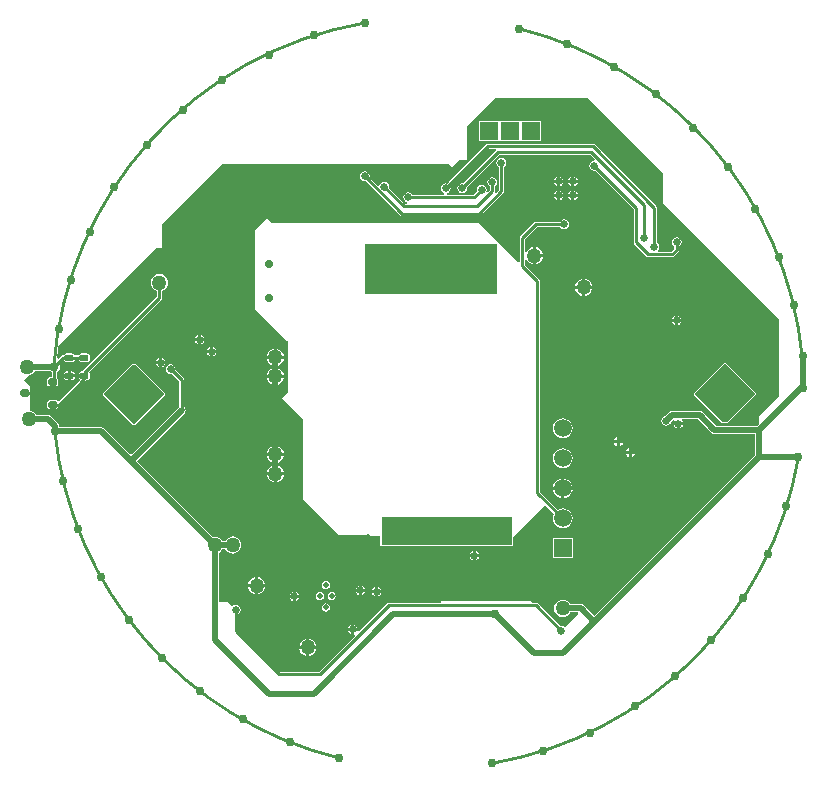
<source format=gbl>
%FSLAX24Y24*%
%MOIN*%
G70*
G01*
G75*
G04 Layer_Physical_Order=2*
G04 Layer_Color=16711680*
%ADD10C,0.0100*%
%ADD11R,0.0197X0.0433*%
%ADD12R,0.0433X0.0197*%
G04:AMPARAMS|DCode=13|XSize=30mil|YSize=22mil|CornerRadius=5.5mil|HoleSize=0mil|Usage=FLASHONLY|Rotation=180.000|XOffset=0mil|YOffset=0mil|HoleType=Round|Shape=RoundedRectangle|*
%AMROUNDEDRECTD13*
21,1,0.0300,0.0110,0,0,180.0*
21,1,0.0190,0.0220,0,0,180.0*
1,1,0.0110,-0.0095,0.0055*
1,1,0.0110,0.0095,0.0055*
1,1,0.0110,0.0095,-0.0055*
1,1,0.0110,-0.0095,-0.0055*
%
%ADD13ROUNDEDRECTD13*%
G04:AMPARAMS|DCode=14|XSize=55.1mil|YSize=39.4mil|CornerRadius=4.9mil|HoleSize=0mil|Usage=FLASHONLY|Rotation=180.000|XOffset=0mil|YOffset=0mil|HoleType=Round|Shape=RoundedRectangle|*
%AMROUNDEDRECTD14*
21,1,0.0551,0.0295,0,0,180.0*
21,1,0.0453,0.0394,0,0,180.0*
1,1,0.0098,-0.0226,0.0148*
1,1,0.0098,0.0226,0.0148*
1,1,0.0098,0.0226,-0.0148*
1,1,0.0098,-0.0226,-0.0148*
%
%ADD14ROUNDEDRECTD14*%
G04:AMPARAMS|DCode=15|XSize=50mil|YSize=24mil|CornerRadius=6mil|HoleSize=0mil|Usage=FLASHONLY|Rotation=180.000|XOffset=0mil|YOffset=0mil|HoleType=Round|Shape=RoundedRectangle|*
%AMROUNDEDRECTD15*
21,1,0.0500,0.0120,0,0,180.0*
21,1,0.0380,0.0240,0,0,180.0*
1,1,0.0120,-0.0190,0.0060*
1,1,0.0120,0.0190,0.0060*
1,1,0.0120,0.0190,-0.0060*
1,1,0.0120,-0.0190,-0.0060*
%
%ADD15ROUNDEDRECTD15*%
G04:AMPARAMS|DCode=16|XSize=30mil|YSize=22mil|CornerRadius=5.5mil|HoleSize=0mil|Usage=FLASHONLY|Rotation=135.000|XOffset=0mil|YOffset=0mil|HoleType=Round|Shape=RoundedRectangle|*
%AMROUNDEDRECTD16*
21,1,0.0300,0.0110,0,0,135.0*
21,1,0.0190,0.0220,0,0,135.0*
1,1,0.0110,-0.0028,0.0106*
1,1,0.0110,0.0106,-0.0028*
1,1,0.0110,0.0028,-0.0106*
1,1,0.0110,-0.0106,0.0028*
%
%ADD16ROUNDEDRECTD16*%
%ADD17R,0.1102X0.1102*%
%ADD18O,0.0098X0.0354*%
%ADD19O,0.0354X0.0098*%
G04:AMPARAMS|DCode=20|XSize=40mil|YSize=40mil|CornerRadius=10mil|HoleSize=0mil|Usage=FLASHONLY|Rotation=135.000|XOffset=0mil|YOffset=0mil|HoleType=Round|Shape=RoundedRectangle|*
%AMROUNDEDRECTD20*
21,1,0.0400,0.0200,0,0,135.0*
21,1,0.0200,0.0400,0,0,135.0*
1,1,0.0200,0.0000,0.0141*
1,1,0.0200,0.0141,0.0000*
1,1,0.0200,0.0000,-0.0141*
1,1,0.0200,-0.0141,0.0000*
%
%ADD20ROUNDEDRECTD20*%
%ADD21P,0.1893X4X180.0*%
G04:AMPARAMS|DCode=22|XSize=9.8mil|YSize=29.5mil|CornerRadius=0mil|HoleSize=0mil|Usage=FLASHONLY|Rotation=135.000|XOffset=0mil|YOffset=0mil|HoleType=Round|Shape=Round|*
%AMOVALD22*
21,1,0.0197,0.0098,0.0000,0.0000,225.0*
1,1,0.0098,0.0070,0.0070*
1,1,0.0098,-0.0070,-0.0070*
%
%ADD22OVALD22*%

G04:AMPARAMS|DCode=23|XSize=9.8mil|YSize=29.5mil|CornerRadius=0mil|HoleSize=0mil|Usage=FLASHONLY|Rotation=225.000|XOffset=0mil|YOffset=0mil|HoleType=Round|Shape=Round|*
%AMOVALD23*
21,1,0.0197,0.0098,0.0000,0.0000,315.0*
1,1,0.0098,-0.0070,0.0070*
1,1,0.0098,0.0070,-0.0070*
%
%ADD23OVALD23*%

G04:AMPARAMS|DCode=24|XSize=35.4mil|YSize=19.7mil|CornerRadius=2.5mil|HoleSize=0mil|Usage=FLASHONLY|Rotation=170.000|XOffset=0mil|YOffset=0mil|HoleType=Round|Shape=RoundedRectangle|*
%AMROUNDEDRECTD24*
21,1,0.0354,0.0148,0,0,170.0*
21,1,0.0305,0.0197,0,0,170.0*
1,1,0.0049,-0.0137,0.0099*
1,1,0.0049,0.0163,0.0046*
1,1,0.0049,0.0137,-0.0099*
1,1,0.0049,-0.0163,-0.0046*
%
%ADD24ROUNDEDRECTD24*%
G04:AMPARAMS|DCode=25|XSize=15.7mil|YSize=19.7mil|CornerRadius=2mil|HoleSize=0mil|Usage=FLASHONLY|Rotation=170.000|XOffset=0mil|YOffset=0mil|HoleType=Round|Shape=RoundedRectangle|*
%AMROUNDEDRECTD25*
21,1,0.0157,0.0157,0,0,170.0*
21,1,0.0118,0.0197,0,0,170.0*
1,1,0.0039,-0.0044,0.0088*
1,1,0.0039,0.0072,0.0067*
1,1,0.0039,0.0044,-0.0088*
1,1,0.0039,-0.0072,-0.0067*
%
%ADD25ROUNDEDRECTD25*%
G04:AMPARAMS|DCode=26|XSize=35.4mil|YSize=19.7mil|CornerRadius=2.5mil|HoleSize=0mil|Usage=FLASHONLY|Rotation=162.000|XOffset=0mil|YOffset=0mil|HoleType=Round|Shape=RoundedRectangle|*
%AMROUNDEDRECTD26*
21,1,0.0354,0.0148,0,0,162.0*
21,1,0.0305,0.0197,0,0,162.0*
1,1,0.0049,-0.0122,0.0117*
1,1,0.0049,0.0168,0.0023*
1,1,0.0049,0.0122,-0.0117*
1,1,0.0049,-0.0168,-0.0023*
%
%ADD26ROUNDEDRECTD26*%
G04:AMPARAMS|DCode=27|XSize=15.7mil|YSize=19.7mil|CornerRadius=2mil|HoleSize=0mil|Usage=FLASHONLY|Rotation=162.000|XOffset=0mil|YOffset=0mil|HoleType=Round|Shape=RoundedRectangle|*
%AMROUNDEDRECTD27*
21,1,0.0157,0.0157,0,0,162.0*
21,1,0.0118,0.0197,0,0,162.0*
1,1,0.0039,-0.0032,0.0093*
1,1,0.0039,0.0081,0.0057*
1,1,0.0039,0.0032,-0.0093*
1,1,0.0039,-0.0081,-0.0057*
%
%ADD27ROUNDEDRECTD27*%
G04:AMPARAMS|DCode=28|XSize=35.4mil|YSize=19.7mil|CornerRadius=2.5mil|HoleSize=0mil|Usage=FLASHONLY|Rotation=154.000|XOffset=0mil|YOffset=0mil|HoleType=Round|Shape=RoundedRectangle|*
%AMROUNDEDRECTD28*
21,1,0.0354,0.0148,0,0,154.0*
21,1,0.0305,0.0197,0,0,154.0*
1,1,0.0049,-0.0105,0.0133*
1,1,0.0049,0.0169,-0.0001*
1,1,0.0049,0.0105,-0.0133*
1,1,0.0049,-0.0169,0.0001*
%
%ADD28ROUNDEDRECTD28*%
G04:AMPARAMS|DCode=29|XSize=15.7mil|YSize=19.7mil|CornerRadius=2mil|HoleSize=0mil|Usage=FLASHONLY|Rotation=154.000|XOffset=0mil|YOffset=0mil|HoleType=Round|Shape=RoundedRectangle|*
%AMROUNDEDRECTD29*
21,1,0.0157,0.0157,0,0,154.0*
21,1,0.0118,0.0197,0,0,154.0*
1,1,0.0039,-0.0019,0.0097*
1,1,0.0039,0.0088,0.0045*
1,1,0.0039,0.0019,-0.0097*
1,1,0.0039,-0.0088,-0.0045*
%
%ADD29ROUNDEDRECTD29*%
G04:AMPARAMS|DCode=30|XSize=35.4mil|YSize=19.7mil|CornerRadius=2.5mil|HoleSize=0mil|Usage=FLASHONLY|Rotation=146.000|XOffset=0mil|YOffset=0mil|HoleType=Round|Shape=RoundedRectangle|*
%AMROUNDEDRECTD30*
21,1,0.0354,0.0148,0,0,146.0*
21,1,0.0305,0.0197,0,0,146.0*
1,1,0.0049,-0.0085,0.0147*
1,1,0.0049,0.0168,-0.0024*
1,1,0.0049,0.0085,-0.0147*
1,1,0.0049,-0.0168,0.0024*
%
%ADD30ROUNDEDRECTD30*%
G04:AMPARAMS|DCode=31|XSize=15.7mil|YSize=19.7mil|CornerRadius=2mil|HoleSize=0mil|Usage=FLASHONLY|Rotation=146.000|XOffset=0mil|YOffset=0mil|HoleType=Round|Shape=RoundedRectangle|*
%AMROUNDEDRECTD31*
21,1,0.0157,0.0157,0,0,146.0*
21,1,0.0118,0.0197,0,0,146.0*
1,1,0.0039,-0.0005,0.0098*
1,1,0.0039,0.0093,0.0032*
1,1,0.0039,0.0005,-0.0098*
1,1,0.0039,-0.0093,-0.0032*
%
%ADD31ROUNDEDRECTD31*%
G04:AMPARAMS|DCode=32|XSize=35.4mil|YSize=19.7mil|CornerRadius=2.5mil|HoleSize=0mil|Usage=FLASHONLY|Rotation=138.000|XOffset=0mil|YOffset=0mil|HoleType=Round|Shape=RoundedRectangle|*
%AMROUNDEDRECTD32*
21,1,0.0354,0.0148,0,0,138.0*
21,1,0.0305,0.0197,0,0,138.0*
1,1,0.0049,-0.0064,0.0157*
1,1,0.0049,0.0163,-0.0047*
1,1,0.0049,0.0064,-0.0157*
1,1,0.0049,-0.0163,0.0047*
%
%ADD32ROUNDEDRECTD32*%
G04:AMPARAMS|DCode=33|XSize=15.7mil|YSize=19.7mil|CornerRadius=2mil|HoleSize=0mil|Usage=FLASHONLY|Rotation=138.000|XOffset=0mil|YOffset=0mil|HoleType=Round|Shape=RoundedRectangle|*
%AMROUNDEDRECTD33*
21,1,0.0157,0.0157,0,0,138.0*
21,1,0.0118,0.0197,0,0,138.0*
1,1,0.0039,0.0009,0.0098*
1,1,0.0039,0.0097,0.0019*
1,1,0.0039,-0.0009,-0.0098*
1,1,0.0039,-0.0097,-0.0019*
%
%ADD33ROUNDEDRECTD33*%
G04:AMPARAMS|DCode=34|XSize=35.4mil|YSize=19.7mil|CornerRadius=2.5mil|HoleSize=0mil|Usage=FLASHONLY|Rotation=130.000|XOffset=0mil|YOffset=0mil|HoleType=Round|Shape=RoundedRectangle|*
%AMROUNDEDRECTD34*
21,1,0.0354,0.0148,0,0,130.0*
21,1,0.0305,0.0197,0,0,130.0*
1,1,0.0049,-0.0042,0.0164*
1,1,0.0049,0.0155,-0.0069*
1,1,0.0049,0.0042,-0.0164*
1,1,0.0049,-0.0155,0.0069*
%
%ADD34ROUNDEDRECTD34*%
G04:AMPARAMS|DCode=35|XSize=15.7mil|YSize=19.7mil|CornerRadius=2mil|HoleSize=0mil|Usage=FLASHONLY|Rotation=130.000|XOffset=0mil|YOffset=0mil|HoleType=Round|Shape=RoundedRectangle|*
%AMROUNDEDRECTD35*
21,1,0.0157,0.0157,0,0,130.0*
21,1,0.0118,0.0197,0,0,130.0*
1,1,0.0039,0.0022,0.0096*
1,1,0.0039,0.0098,0.0005*
1,1,0.0039,-0.0022,-0.0096*
1,1,0.0039,-0.0098,-0.0005*
%
%ADD35ROUNDEDRECTD35*%
G04:AMPARAMS|DCode=36|XSize=35.4mil|YSize=19.7mil|CornerRadius=2.5mil|HoleSize=0mil|Usage=FLASHONLY|Rotation=122.000|XOffset=0mil|YOffset=0mil|HoleType=Round|Shape=RoundedRectangle|*
%AMROUNDEDRECTD36*
21,1,0.0354,0.0148,0,0,122.0*
21,1,0.0305,0.0197,0,0,122.0*
1,1,0.0049,-0.0018,0.0169*
1,1,0.0049,0.0143,-0.0090*
1,1,0.0049,0.0018,-0.0169*
1,1,0.0049,-0.0143,0.0090*
%
%ADD36ROUNDEDRECTD36*%
G04:AMPARAMS|DCode=37|XSize=15.7mil|YSize=19.7mil|CornerRadius=2mil|HoleSize=0mil|Usage=FLASHONLY|Rotation=122.000|XOffset=0mil|YOffset=0mil|HoleType=Round|Shape=RoundedRectangle|*
%AMROUNDEDRECTD37*
21,1,0.0157,0.0157,0,0,122.0*
21,1,0.0118,0.0197,0,0,122.0*
1,1,0.0039,0.0035,0.0092*
1,1,0.0039,0.0098,-0.0008*
1,1,0.0039,-0.0035,-0.0092*
1,1,0.0039,-0.0098,0.0008*
%
%ADD37ROUNDEDRECTD37*%
G04:AMPARAMS|DCode=38|XSize=35.4mil|YSize=19.7mil|CornerRadius=2.5mil|HoleSize=0mil|Usage=FLASHONLY|Rotation=114.000|XOffset=0mil|YOffset=0mil|HoleType=Round|Shape=RoundedRectangle|*
%AMROUNDEDRECTD38*
21,1,0.0354,0.0148,0,0,114.0*
21,1,0.0305,0.0197,0,0,114.0*
1,1,0.0049,0.0005,0.0169*
1,1,0.0049,0.0129,-0.0109*
1,1,0.0049,-0.0005,-0.0169*
1,1,0.0049,-0.0129,0.0109*
%
%ADD38ROUNDEDRECTD38*%
G04:AMPARAMS|DCode=39|XSize=15.7mil|YSize=19.7mil|CornerRadius=2mil|HoleSize=0mil|Usage=FLASHONLY|Rotation=114.000|XOffset=0mil|YOffset=0mil|HoleType=Round|Shape=RoundedRectangle|*
%AMROUNDEDRECTD39*
21,1,0.0157,0.0157,0,0,114.0*
21,1,0.0118,0.0197,0,0,114.0*
1,1,0.0039,0.0048,0.0086*
1,1,0.0039,0.0096,-0.0022*
1,1,0.0039,-0.0048,-0.0086*
1,1,0.0039,-0.0096,0.0022*
%
%ADD39ROUNDEDRECTD39*%
G04:AMPARAMS|DCode=40|XSize=35.4mil|YSize=19.7mil|CornerRadius=2.5mil|HoleSize=0mil|Usage=FLASHONLY|Rotation=106.000|XOffset=0mil|YOffset=0mil|HoleType=Round|Shape=RoundedRectangle|*
%AMROUNDEDRECTD40*
21,1,0.0354,0.0148,0,0,106.0*
21,1,0.0305,0.0197,0,0,106.0*
1,1,0.0049,0.0029,0.0167*
1,1,0.0049,0.0113,-0.0126*
1,1,0.0049,-0.0029,-0.0167*
1,1,0.0049,-0.0113,0.0126*
%
%ADD40ROUNDEDRECTD40*%
G04:AMPARAMS|DCode=41|XSize=15.7mil|YSize=19.7mil|CornerRadius=2mil|HoleSize=0mil|Usage=FLASHONLY|Rotation=106.000|XOffset=0mil|YOffset=0mil|HoleType=Round|Shape=RoundedRectangle|*
%AMROUNDEDRECTD41*
21,1,0.0157,0.0157,0,0,106.0*
21,1,0.0118,0.0197,0,0,106.0*
1,1,0.0039,0.0059,0.0078*
1,1,0.0039,0.0092,-0.0035*
1,1,0.0039,-0.0059,-0.0078*
1,1,0.0039,-0.0092,0.0035*
%
%ADD41ROUNDEDRECTD41*%
G04:AMPARAMS|DCode=42|XSize=35.4mil|YSize=19.7mil|CornerRadius=2.5mil|HoleSize=0mil|Usage=FLASHONLY|Rotation=98.000|XOffset=0mil|YOffset=0mil|HoleType=Round|Shape=RoundedRectangle|*
%AMROUNDEDRECTD42*
21,1,0.0354,0.0148,0,0,98.0*
21,1,0.0305,0.0197,0,0,98.0*
1,1,0.0049,0.0052,0.0161*
1,1,0.0049,0.0094,-0.0141*
1,1,0.0049,-0.0052,-0.0161*
1,1,0.0049,-0.0094,0.0141*
%
%ADD42ROUNDEDRECTD42*%
G04:AMPARAMS|DCode=43|XSize=15.7mil|YSize=19.7mil|CornerRadius=2mil|HoleSize=0mil|Usage=FLASHONLY|Rotation=98.000|XOffset=0mil|YOffset=0mil|HoleType=Round|Shape=RoundedRectangle|*
%AMROUNDEDRECTD43*
21,1,0.0157,0.0157,0,0,98.0*
21,1,0.0118,0.0197,0,0,98.0*
1,1,0.0039,0.0070,0.0069*
1,1,0.0039,0.0086,-0.0048*
1,1,0.0039,-0.0070,-0.0069*
1,1,0.0039,-0.0086,0.0048*
%
%ADD43ROUNDEDRECTD43*%
G04:AMPARAMS|DCode=44|XSize=35.4mil|YSize=19.7mil|CornerRadius=2.5mil|HoleSize=0mil|Usage=FLASHONLY|Rotation=10.000|XOffset=0mil|YOffset=0mil|HoleType=Round|Shape=RoundedRectangle|*
%AMROUNDEDRECTD44*
21,1,0.0354,0.0148,0,0,10.0*
21,1,0.0305,0.0197,0,0,10.0*
1,1,0.0049,0.0163,-0.0046*
1,1,0.0049,-0.0137,-0.0099*
1,1,0.0049,-0.0163,0.0046*
1,1,0.0049,0.0137,0.0099*
%
%ADD44ROUNDEDRECTD44*%
G04:AMPARAMS|DCode=45|XSize=15.7mil|YSize=19.7mil|CornerRadius=2mil|HoleSize=0mil|Usage=FLASHONLY|Rotation=10.000|XOffset=0mil|YOffset=0mil|HoleType=Round|Shape=RoundedRectangle|*
%AMROUNDEDRECTD45*
21,1,0.0157,0.0157,0,0,10.0*
21,1,0.0118,0.0197,0,0,10.0*
1,1,0.0039,0.0072,-0.0067*
1,1,0.0039,-0.0044,-0.0088*
1,1,0.0039,-0.0072,0.0067*
1,1,0.0039,0.0044,0.0088*
%
%ADD45ROUNDEDRECTD45*%
G04:AMPARAMS|DCode=46|XSize=35.4mil|YSize=19.7mil|CornerRadius=2.5mil|HoleSize=0mil|Usage=FLASHONLY|Rotation=18.000|XOffset=0mil|YOffset=0mil|HoleType=Round|Shape=RoundedRectangle|*
%AMROUNDEDRECTD46*
21,1,0.0354,0.0148,0,0,18.0*
21,1,0.0305,0.0197,0,0,18.0*
1,1,0.0049,0.0168,-0.0023*
1,1,0.0049,-0.0122,-0.0117*
1,1,0.0049,-0.0168,0.0023*
1,1,0.0049,0.0122,0.0117*
%
%ADD46ROUNDEDRECTD46*%
G04:AMPARAMS|DCode=47|XSize=15.7mil|YSize=19.7mil|CornerRadius=2mil|HoleSize=0mil|Usage=FLASHONLY|Rotation=18.000|XOffset=0mil|YOffset=0mil|HoleType=Round|Shape=RoundedRectangle|*
%AMROUNDEDRECTD47*
21,1,0.0157,0.0157,0,0,18.0*
21,1,0.0118,0.0197,0,0,18.0*
1,1,0.0039,0.0081,-0.0057*
1,1,0.0039,-0.0032,-0.0093*
1,1,0.0039,-0.0081,0.0057*
1,1,0.0039,0.0032,0.0093*
%
%ADD47ROUNDEDRECTD47*%
G04:AMPARAMS|DCode=48|XSize=35.4mil|YSize=19.7mil|CornerRadius=2.5mil|HoleSize=0mil|Usage=FLASHONLY|Rotation=26.000|XOffset=0mil|YOffset=0mil|HoleType=Round|Shape=RoundedRectangle|*
%AMROUNDEDRECTD48*
21,1,0.0354,0.0148,0,0,26.0*
21,1,0.0305,0.0197,0,0,26.0*
1,1,0.0049,0.0169,0.0001*
1,1,0.0049,-0.0105,-0.0133*
1,1,0.0049,-0.0169,-0.0001*
1,1,0.0049,0.0105,0.0133*
%
%ADD48ROUNDEDRECTD48*%
G04:AMPARAMS|DCode=49|XSize=15.7mil|YSize=19.7mil|CornerRadius=2mil|HoleSize=0mil|Usage=FLASHONLY|Rotation=26.000|XOffset=0mil|YOffset=0mil|HoleType=Round|Shape=RoundedRectangle|*
%AMROUNDEDRECTD49*
21,1,0.0157,0.0157,0,0,26.0*
21,1,0.0118,0.0197,0,0,26.0*
1,1,0.0039,0.0088,-0.0045*
1,1,0.0039,-0.0019,-0.0097*
1,1,0.0039,-0.0088,0.0045*
1,1,0.0039,0.0019,0.0097*
%
%ADD49ROUNDEDRECTD49*%
G04:AMPARAMS|DCode=50|XSize=35.4mil|YSize=19.7mil|CornerRadius=2.5mil|HoleSize=0mil|Usage=FLASHONLY|Rotation=34.000|XOffset=0mil|YOffset=0mil|HoleType=Round|Shape=RoundedRectangle|*
%AMROUNDEDRECTD50*
21,1,0.0354,0.0148,0,0,34.0*
21,1,0.0305,0.0197,0,0,34.0*
1,1,0.0049,0.0168,0.0024*
1,1,0.0049,-0.0085,-0.0147*
1,1,0.0049,-0.0168,-0.0024*
1,1,0.0049,0.0085,0.0147*
%
%ADD50ROUNDEDRECTD50*%
G04:AMPARAMS|DCode=51|XSize=15.7mil|YSize=19.7mil|CornerRadius=2mil|HoleSize=0mil|Usage=FLASHONLY|Rotation=34.000|XOffset=0mil|YOffset=0mil|HoleType=Round|Shape=RoundedRectangle|*
%AMROUNDEDRECTD51*
21,1,0.0157,0.0157,0,0,34.0*
21,1,0.0118,0.0197,0,0,34.0*
1,1,0.0039,0.0093,-0.0032*
1,1,0.0039,-0.0005,-0.0098*
1,1,0.0039,-0.0093,0.0032*
1,1,0.0039,0.0005,0.0098*
%
%ADD51ROUNDEDRECTD51*%
G04:AMPARAMS|DCode=52|XSize=35.4mil|YSize=19.7mil|CornerRadius=2.5mil|HoleSize=0mil|Usage=FLASHONLY|Rotation=42.000|XOffset=0mil|YOffset=0mil|HoleType=Round|Shape=RoundedRectangle|*
%AMROUNDEDRECTD52*
21,1,0.0354,0.0148,0,0,42.0*
21,1,0.0305,0.0197,0,0,42.0*
1,1,0.0049,0.0163,0.0047*
1,1,0.0049,-0.0064,-0.0157*
1,1,0.0049,-0.0163,-0.0047*
1,1,0.0049,0.0064,0.0157*
%
%ADD52ROUNDEDRECTD52*%
G04:AMPARAMS|DCode=53|XSize=15.7mil|YSize=19.7mil|CornerRadius=2mil|HoleSize=0mil|Usage=FLASHONLY|Rotation=42.000|XOffset=0mil|YOffset=0mil|HoleType=Round|Shape=RoundedRectangle|*
%AMROUNDEDRECTD53*
21,1,0.0157,0.0157,0,0,42.0*
21,1,0.0118,0.0197,0,0,42.0*
1,1,0.0039,0.0097,-0.0019*
1,1,0.0039,0.0009,-0.0098*
1,1,0.0039,-0.0097,0.0019*
1,1,0.0039,-0.0009,0.0098*
%
%ADD53ROUNDEDRECTD53*%
G04:AMPARAMS|DCode=54|XSize=35.4mil|YSize=19.7mil|CornerRadius=2.5mil|HoleSize=0mil|Usage=FLASHONLY|Rotation=50.000|XOffset=0mil|YOffset=0mil|HoleType=Round|Shape=RoundedRectangle|*
%AMROUNDEDRECTD54*
21,1,0.0354,0.0148,0,0,50.0*
21,1,0.0305,0.0197,0,0,50.0*
1,1,0.0049,0.0155,0.0069*
1,1,0.0049,-0.0042,-0.0164*
1,1,0.0049,-0.0155,-0.0069*
1,1,0.0049,0.0042,0.0164*
%
%ADD54ROUNDEDRECTD54*%
G04:AMPARAMS|DCode=55|XSize=15.7mil|YSize=19.7mil|CornerRadius=2mil|HoleSize=0mil|Usage=FLASHONLY|Rotation=50.000|XOffset=0mil|YOffset=0mil|HoleType=Round|Shape=RoundedRectangle|*
%AMROUNDEDRECTD55*
21,1,0.0157,0.0157,0,0,50.0*
21,1,0.0118,0.0197,0,0,50.0*
1,1,0.0039,0.0098,-0.0005*
1,1,0.0039,0.0022,-0.0096*
1,1,0.0039,-0.0098,0.0005*
1,1,0.0039,-0.0022,0.0096*
%
%ADD55ROUNDEDRECTD55*%
G04:AMPARAMS|DCode=56|XSize=35.4mil|YSize=19.7mil|CornerRadius=2.5mil|HoleSize=0mil|Usage=FLASHONLY|Rotation=58.000|XOffset=0mil|YOffset=0mil|HoleType=Round|Shape=RoundedRectangle|*
%AMROUNDEDRECTD56*
21,1,0.0354,0.0148,0,0,58.0*
21,1,0.0305,0.0197,0,0,58.0*
1,1,0.0049,0.0143,0.0090*
1,1,0.0049,-0.0018,-0.0169*
1,1,0.0049,-0.0143,-0.0090*
1,1,0.0049,0.0018,0.0169*
%
%ADD56ROUNDEDRECTD56*%
G04:AMPARAMS|DCode=57|XSize=15.7mil|YSize=19.7mil|CornerRadius=2mil|HoleSize=0mil|Usage=FLASHONLY|Rotation=58.000|XOffset=0mil|YOffset=0mil|HoleType=Round|Shape=RoundedRectangle|*
%AMROUNDEDRECTD57*
21,1,0.0157,0.0157,0,0,58.0*
21,1,0.0118,0.0197,0,0,58.0*
1,1,0.0039,0.0098,0.0008*
1,1,0.0039,0.0035,-0.0092*
1,1,0.0039,-0.0098,-0.0008*
1,1,0.0039,-0.0035,0.0092*
%
%ADD57ROUNDEDRECTD57*%
G04:AMPARAMS|DCode=58|XSize=35.4mil|YSize=19.7mil|CornerRadius=2.5mil|HoleSize=0mil|Usage=FLASHONLY|Rotation=66.000|XOffset=0mil|YOffset=0mil|HoleType=Round|Shape=RoundedRectangle|*
%AMROUNDEDRECTD58*
21,1,0.0354,0.0148,0,0,66.0*
21,1,0.0305,0.0197,0,0,66.0*
1,1,0.0049,0.0129,0.0109*
1,1,0.0049,0.0005,-0.0169*
1,1,0.0049,-0.0129,-0.0109*
1,1,0.0049,-0.0005,0.0169*
%
%ADD58ROUNDEDRECTD58*%
G04:AMPARAMS|DCode=59|XSize=15.7mil|YSize=19.7mil|CornerRadius=2mil|HoleSize=0mil|Usage=FLASHONLY|Rotation=66.000|XOffset=0mil|YOffset=0mil|HoleType=Round|Shape=RoundedRectangle|*
%AMROUNDEDRECTD59*
21,1,0.0157,0.0157,0,0,66.0*
21,1,0.0118,0.0197,0,0,66.0*
1,1,0.0039,0.0096,0.0022*
1,1,0.0039,0.0048,-0.0086*
1,1,0.0039,-0.0096,-0.0022*
1,1,0.0039,-0.0048,0.0086*
%
%ADD59ROUNDEDRECTD59*%
G04:AMPARAMS|DCode=60|XSize=35.4mil|YSize=19.7mil|CornerRadius=2.5mil|HoleSize=0mil|Usage=FLASHONLY|Rotation=74.000|XOffset=0mil|YOffset=0mil|HoleType=Round|Shape=RoundedRectangle|*
%AMROUNDEDRECTD60*
21,1,0.0354,0.0148,0,0,74.0*
21,1,0.0305,0.0197,0,0,74.0*
1,1,0.0049,0.0113,0.0126*
1,1,0.0049,0.0029,-0.0167*
1,1,0.0049,-0.0113,-0.0126*
1,1,0.0049,-0.0029,0.0167*
%
%ADD60ROUNDEDRECTD60*%
G04:AMPARAMS|DCode=61|XSize=15.7mil|YSize=19.7mil|CornerRadius=2mil|HoleSize=0mil|Usage=FLASHONLY|Rotation=74.000|XOffset=0mil|YOffset=0mil|HoleType=Round|Shape=RoundedRectangle|*
%AMROUNDEDRECTD61*
21,1,0.0157,0.0157,0,0,74.0*
21,1,0.0118,0.0197,0,0,74.0*
1,1,0.0039,0.0092,0.0035*
1,1,0.0039,0.0059,-0.0078*
1,1,0.0039,-0.0092,-0.0035*
1,1,0.0039,-0.0059,0.0078*
%
%ADD61ROUNDEDRECTD61*%
G04:AMPARAMS|DCode=62|XSize=35.4mil|YSize=19.7mil|CornerRadius=2.5mil|HoleSize=0mil|Usage=FLASHONLY|Rotation=82.000|XOffset=0mil|YOffset=0mil|HoleType=Round|Shape=RoundedRectangle|*
%AMROUNDEDRECTD62*
21,1,0.0354,0.0148,0,0,82.0*
21,1,0.0305,0.0197,0,0,82.0*
1,1,0.0049,0.0094,0.0141*
1,1,0.0049,0.0052,-0.0161*
1,1,0.0049,-0.0094,-0.0141*
1,1,0.0049,-0.0052,0.0161*
%
%ADD62ROUNDEDRECTD62*%
G04:AMPARAMS|DCode=63|XSize=15.7mil|YSize=19.7mil|CornerRadius=2mil|HoleSize=0mil|Usage=FLASHONLY|Rotation=82.000|XOffset=0mil|YOffset=0mil|HoleType=Round|Shape=RoundedRectangle|*
%AMROUNDEDRECTD63*
21,1,0.0157,0.0157,0,0,82.0*
21,1,0.0118,0.0197,0,0,82.0*
1,1,0.0039,0.0086,0.0048*
1,1,0.0039,0.0070,-0.0069*
1,1,0.0039,-0.0086,-0.0048*
1,1,0.0039,-0.0070,0.0069*
%
%ADD63ROUNDEDRECTD63*%
G04:AMPARAMS|DCode=64|XSize=35.4mil|YSize=19.7mil|CornerRadius=2.5mil|HoleSize=0mil|Usage=FLASHONLY|Rotation=90.000|XOffset=0mil|YOffset=0mil|HoleType=Round|Shape=RoundedRectangle|*
%AMROUNDEDRECTD64*
21,1,0.0354,0.0148,0,0,90.0*
21,1,0.0305,0.0197,0,0,90.0*
1,1,0.0049,0.0074,0.0153*
1,1,0.0049,0.0074,-0.0153*
1,1,0.0049,-0.0074,-0.0153*
1,1,0.0049,-0.0074,0.0153*
%
%ADD64ROUNDEDRECTD64*%
G04:AMPARAMS|DCode=65|XSize=15.7mil|YSize=19.7mil|CornerRadius=2mil|HoleSize=0mil|Usage=FLASHONLY|Rotation=90.000|XOffset=0mil|YOffset=0mil|HoleType=Round|Shape=RoundedRectangle|*
%AMROUNDEDRECTD65*
21,1,0.0157,0.0157,0,0,90.0*
21,1,0.0118,0.0197,0,0,90.0*
1,1,0.0039,0.0079,0.0059*
1,1,0.0039,0.0079,-0.0059*
1,1,0.0039,-0.0079,-0.0059*
1,1,0.0039,-0.0079,0.0059*
%
%ADD65ROUNDEDRECTD65*%
%ADD66R,0.0886X0.0472*%
%ADD67R,0.0433X0.1063*%
%ADD68R,0.0138X0.0236*%
%ADD69R,0.0453X0.0236*%
G04:AMPARAMS|DCode=70|XSize=30mil|YSize=22mil|CornerRadius=5.5mil|HoleSize=0mil|Usage=FLASHONLY|Rotation=225.000|XOffset=0mil|YOffset=0mil|HoleType=Round|Shape=RoundedRectangle|*
%AMROUNDEDRECTD70*
21,1,0.0300,0.0110,0,0,225.0*
21,1,0.0190,0.0220,0,0,225.0*
1,1,0.0110,-0.0106,-0.0028*
1,1,0.0110,0.0028,0.0106*
1,1,0.0110,0.0106,0.0028*
1,1,0.0110,-0.0028,-0.0106*
%
%ADD70ROUNDEDRECTD70*%
%ADD71R,0.0256X0.0118*%
%ADD72R,0.0689X0.0984*%
%ADD73R,0.0118X0.0256*%
G04:AMPARAMS|DCode=74|XSize=30mil|YSize=22mil|CornerRadius=5.5mil|HoleSize=0mil|Usage=FLASHONLY|Rotation=270.000|XOffset=0mil|YOffset=0mil|HoleType=Round|Shape=RoundedRectangle|*
%AMROUNDEDRECTD74*
21,1,0.0300,0.0110,0,0,270.0*
21,1,0.0190,0.0220,0,0,270.0*
1,1,0.0110,-0.0055,-0.0095*
1,1,0.0110,-0.0055,0.0095*
1,1,0.0110,0.0055,0.0095*
1,1,0.0110,0.0055,-0.0095*
%
%ADD74ROUNDEDRECTD74*%
%ADD75C,0.0200*%
%ADD76C,0.0080*%
%ADD77R,0.4350X0.1000*%
%ADD78R,0.4400X0.1650*%
%ADD79C,0.0276*%
%ADD80R,0.0591X0.0591*%
%ADD81R,0.0591X0.0591*%
%ADD82C,0.0591*%
%ADD83C,0.0250*%
%ADD84C,0.0260*%
%ADD85C,0.0157*%
%ADD86C,0.0300*%
%ADD87C,0.0500*%
%ADD88C,0.0197*%
%ADD89P,0.0341X8X157.5*%
G04:AMPARAMS|DCode=90|XSize=133.9mil|YSize=141.7mil|CornerRadius=0.7mil|HoleSize=0mil|Usage=FLASHONLY|Rotation=135.000|XOffset=0mil|YOffset=0mil|HoleType=Round|Shape=RoundedRectangle|*
%AMROUNDEDRECTD90*
21,1,0.1339,0.1404,0,0,135.0*
21,1,0.1325,0.1417,0,0,135.0*
1,1,0.0013,0.0028,0.0965*
1,1,0.0013,0.0965,0.0028*
1,1,0.0013,-0.0028,-0.0965*
1,1,0.0013,-0.0965,-0.0028*
%
%ADD90ROUNDEDRECTD90*%
G04:AMPARAMS|DCode=91|XSize=133.9mil|YSize=141.7mil|CornerRadius=0.7mil|HoleSize=0mil|Usage=FLASHONLY|Rotation=225.000|XOffset=0mil|YOffset=0mil|HoleType=Round|Shape=RoundedRectangle|*
%AMROUNDEDRECTD91*
21,1,0.1339,0.1404,0,0,225.0*
21,1,0.1325,0.1417,0,0,225.0*
1,1,0.0013,-0.0965,0.0028*
1,1,0.0013,-0.0028,0.0965*
1,1,0.0013,0.0965,-0.0028*
1,1,0.0013,0.0028,-0.0965*
%
%ADD91ROUNDEDRECTD91*%
G04:AMPARAMS|DCode=92|XSize=24mil|YSize=30mil|CornerRadius=6mil|HoleSize=0mil|Usage=FLASHONLY|Rotation=270.000|XOffset=0mil|YOffset=0mil|HoleType=Round|Shape=RoundedRectangle|*
%AMROUNDEDRECTD92*
21,1,0.0240,0.0180,0,0,270.0*
21,1,0.0120,0.0300,0,0,270.0*
1,1,0.0120,-0.0090,-0.0060*
1,1,0.0120,-0.0090,0.0060*
1,1,0.0120,0.0090,0.0060*
1,1,0.0120,0.0090,-0.0060*
%
%ADD92ROUNDEDRECTD92*%
%ADD93R,0.4350X0.0950*%
G36*
X45650Y48250D02*
X47200Y46700D01*
Y45700D01*
X49050Y43850D01*
X51050Y41850D01*
Y40900D01*
Y39250D01*
X50400Y38600D01*
Y38345D01*
X50343Y38288D01*
X48957D01*
X48510Y38735D01*
X48465Y38765D01*
X48412Y38775D01*
X47488D01*
X47435Y38765D01*
X47390Y38735D01*
X47261Y38605D01*
X47238Y38601D01*
X47185Y38565D01*
X47149Y38512D01*
X47137Y38450D01*
X47149Y38388D01*
X47185Y38335D01*
X47238Y38299D01*
X47300Y38287D01*
X47362Y38299D01*
X47415Y38335D01*
X47451Y38388D01*
X47455Y38411D01*
X47521Y38477D01*
X47571Y38469D01*
X47578Y38456D01*
X47549Y38412D01*
X47547Y38400D01*
X47853D01*
X47851Y38412D01*
X47815Y38465D01*
X47826Y38500D01*
X48355D01*
X48803Y38053D01*
X48847Y38023D01*
X48900Y38012D01*
X50262D01*
Y37307D01*
X44900Y31945D01*
X44547Y32297D01*
X44503Y32327D01*
X44450Y32338D01*
X44101D01*
X44099Y32344D01*
X44053Y32403D01*
X43994Y32449D01*
X43924Y32478D01*
X43850Y32487D01*
X43776Y32478D01*
X43706Y32449D01*
X43647Y32403D01*
X43601Y32344D01*
X43572Y32274D01*
X43563Y32200D01*
X43572Y32126D01*
X43601Y32056D01*
X43647Y31997D01*
X43706Y31951D01*
X43776Y31922D01*
X43850Y31913D01*
X43924Y31922D01*
X43994Y31951D01*
X44053Y31997D01*
X44099Y32056D01*
X44101Y32062D01*
X44347D01*
X44366Y32016D01*
X43915Y31565D01*
X43862Y31601D01*
X43800Y31613D01*
X43766Y31606D01*
X43011Y32361D01*
X42983Y32380D01*
X42950Y32387D01*
X42863D01*
X42800Y32450D01*
X39800D01*
Y32400D01*
X39800Y32400D01*
X39800Y32400D01*
X39794Y32387D01*
X38050D01*
X38022Y32381D01*
X38017Y32380D01*
X37989Y32361D01*
X37058Y31430D01*
X37005Y31459D01*
X37003Y31450D01*
X36900D01*
Y31347D01*
X36891Y31345D01*
X36920Y31292D01*
X35714Y30087D01*
X34436D01*
X33037Y31486D01*
Y32015D01*
X33065Y32035D01*
X33101Y32088D01*
X33113Y32150D01*
X33101Y32212D01*
X33065Y32265D01*
X33012Y32301D01*
X32950Y32313D01*
X32888Y32301D01*
X32835Y32265D01*
X32700Y32400D01*
X32392D01*
Y34053D01*
X32398Y34055D01*
X32458Y34101D01*
X32503Y34161D01*
X32506Y34167D01*
X32600D01*
X32601Y34165D01*
X32647Y34105D01*
X32706Y34060D01*
X32776Y34031D01*
X32850Y34021D01*
X32924Y34031D01*
X32994Y34060D01*
X33053Y34105D01*
X33099Y34165D01*
X33128Y34234D01*
X33137Y34309D01*
X33128Y34383D01*
X33099Y34452D01*
X33053Y34512D01*
X32994Y34558D01*
X32924Y34586D01*
X32850Y34596D01*
X32776Y34586D01*
X32706Y34558D01*
X32647Y34512D01*
X32601Y34452D01*
X32597Y34442D01*
X32506D01*
X32503Y34448D01*
X32458Y34508D01*
X32398Y34553D01*
X32329Y34582D01*
X32254Y34592D01*
X32180Y34582D01*
X32174Y34579D01*
X29649Y37104D01*
X31243Y38698D01*
X31273Y38743D01*
X31283Y38796D01*
X31273Y38848D01*
X31243Y38893D01*
X31232Y38900D01*
Y39804D01*
X31227Y39832D01*
X31226Y39838D01*
X31207Y39866D01*
X30931Y40141D01*
X30938Y40175D01*
X30926Y40237D01*
X30890Y40290D01*
X30837Y40326D01*
X30775Y40338D01*
X30713Y40326D01*
X30660Y40290D01*
X30624Y40237D01*
X30612Y40175D01*
X30624Y40113D01*
X30660Y40060D01*
X30713Y40024D01*
X30775Y40012D01*
X30809Y40019D01*
X31059Y39768D01*
Y38900D01*
X31048Y38893D01*
X29484Y37329D01*
X29424D01*
X28560Y38194D01*
X28515Y38224D01*
X28462Y38234D01*
X27053D01*
Y38285D01*
X27053Y38285D01*
X27043Y38337D01*
X27013Y38382D01*
X26797Y38597D01*
X26753Y38627D01*
X26700Y38638D01*
X26301D01*
X26299Y38644D01*
X26253Y38703D01*
X26194Y38749D01*
X26124Y38778D01*
X26100Y38781D01*
Y39600D01*
X25900Y39800D01*
X26072Y39972D01*
X26074Y39972D01*
X26144Y40001D01*
X26203Y40047D01*
X26249Y40106D01*
X26251Y40112D01*
X26773D01*
X26813Y40085D01*
Y39907D01*
X26758D01*
X26721Y39900D01*
X26689Y39879D01*
X26668Y39847D01*
X26661Y39810D01*
Y39690D01*
X26668Y39653D01*
X26689Y39622D01*
X26721Y39601D01*
X26758Y39593D01*
X26938D01*
X26975Y39601D01*
X27006Y39622D01*
X27027Y39653D01*
X27035Y39690D01*
Y39810D01*
X27027Y39847D01*
X27006Y39879D01*
X26987Y39892D01*
Y40085D01*
X27033Y40117D01*
X27074Y40178D01*
X27089Y40250D01*
X27078Y40305D01*
X27206Y40433D01*
X27240Y40430D01*
X27270Y40410D01*
X27305Y40403D01*
X27495D01*
X27530Y40410D01*
X27560Y40430D01*
X27580Y40460D01*
X27580Y40463D01*
X27720D01*
X27720Y40460D01*
X27740Y40430D01*
X27770Y40410D01*
X27805Y40403D01*
X27995D01*
X28030Y40410D01*
X28060Y40430D01*
X28080Y40460D01*
X28087Y40495D01*
Y40605D01*
X28080Y40640D01*
X28060Y40670D01*
X28030Y40690D01*
X27995Y40697D01*
X27805D01*
X27770Y40690D01*
X27740Y40670D01*
X27720Y40640D01*
X27720Y40637D01*
X27580D01*
X27580Y40640D01*
X27560Y40670D01*
X27530Y40690D01*
X27495Y40697D01*
X27305D01*
X27270Y40690D01*
X27240Y40670D01*
X27220Y40640D01*
X27220Y40637D01*
X27200D01*
X27167Y40630D01*
X27139Y40611D01*
X27050Y40523D01*
X26996Y40548D01*
X27014Y40762D01*
X27039Y40939D01*
X30300Y44200D01*
X30500D01*
Y45000D01*
X31650Y46150D01*
X32500Y47000D01*
X40050D01*
X40150Y46900D01*
X40400Y47150D01*
X40650D01*
Y48250D01*
X40800Y48400D01*
X41600Y49200D01*
X44700D01*
X45650Y48250D01*
D02*
G37*
%LPC*%
G36*
X34546Y36635D02*
X34315D01*
Y36404D01*
X34339Y36407D01*
X34409Y36436D01*
X34468Y36482D01*
X34514Y36541D01*
X34543Y36611D01*
X34546Y36635D01*
D02*
G37*
G36*
X34215D02*
X33984D01*
X33987Y36611D01*
X34016Y36541D01*
X34062Y36482D01*
X34121Y36436D01*
X34191Y36407D01*
X34215Y36404D01*
Y36635D01*
D02*
G37*
G36*
X43900Y36527D02*
Y36250D01*
X44177D01*
X44172Y36286D01*
X44138Y36367D01*
X44086Y36436D01*
X44017Y36488D01*
X43936Y36522D01*
X43900Y36527D01*
D02*
G37*
G36*
X34215Y36966D02*
X34191Y36963D01*
X34121Y36934D01*
X34062Y36888D01*
X34016Y36829D01*
X33987Y36759D01*
X33984Y36735D01*
X34215D01*
Y36966D01*
D02*
G37*
G36*
Y37285D02*
X33984D01*
X33987Y37261D01*
X34016Y37191D01*
X34062Y37132D01*
X34121Y37086D01*
X34191Y37057D01*
X34215Y37054D01*
Y37285D01*
D02*
G37*
G36*
X43850Y37533D02*
X43764Y37522D01*
X43683Y37488D01*
X43614Y37436D01*
X43562Y37367D01*
X43528Y37286D01*
X43517Y37200D01*
X43528Y37114D01*
X43562Y37033D01*
X43614Y36964D01*
X43683Y36912D01*
X43764Y36878D01*
X43850Y36867D01*
X43936Y36878D01*
X44017Y36912D01*
X44086Y36964D01*
X44138Y37033D01*
X44172Y37114D01*
X44183Y37200D01*
X44172Y37286D01*
X44138Y37367D01*
X44086Y37436D01*
X44017Y37488D01*
X43936Y37522D01*
X43850Y37533D01*
D02*
G37*
G36*
X34315Y36966D02*
Y36735D01*
X34546D01*
X34543Y36759D01*
X34514Y36829D01*
X34468Y36888D01*
X34409Y36934D01*
X34339Y36963D01*
X34315Y36966D01*
D02*
G37*
G36*
X40850Y34103D02*
X40838Y34101D01*
X40785Y34065D01*
X40749Y34012D01*
X40747Y34000D01*
X40850D01*
Y34103D01*
D02*
G37*
G36*
X44180Y34530D02*
X43520D01*
Y33870D01*
X44180D01*
Y34530D01*
D02*
G37*
G36*
X41053Y33900D02*
X40950D01*
Y33797D01*
X40962Y33799D01*
X41015Y33835D01*
X41051Y33888D01*
X41053Y33900D01*
D02*
G37*
G36*
X40950Y34103D02*
Y34000D01*
X41053D01*
X41051Y34012D01*
X41015Y34065D01*
X40962Y34101D01*
X40950Y34103D01*
D02*
G37*
G36*
X43800Y36527D02*
X43764Y36522D01*
X43683Y36488D01*
X43614Y36436D01*
X43562Y36367D01*
X43528Y36286D01*
X43523Y36250D01*
X43800D01*
Y36527D01*
D02*
G37*
G36*
X44177Y36150D02*
X43900D01*
Y35873D01*
X43936Y35878D01*
X44017Y35912D01*
X44086Y35964D01*
X44138Y36033D01*
X44172Y36114D01*
X44177Y36150D01*
D02*
G37*
G36*
X43800D02*
X43523D01*
X43528Y36114D01*
X43562Y36033D01*
X43614Y35964D01*
X43683Y35912D01*
X43764Y35878D01*
X43800Y35873D01*
Y36150D01*
D02*
G37*
G36*
X45650Y37903D02*
X45638Y37901D01*
X45585Y37865D01*
X45549Y37812D01*
X45547Y37800D01*
X45650D01*
Y37903D01*
D02*
G37*
G36*
X45853Y37700D02*
X45750D01*
Y37597D01*
X45762Y37599D01*
X45815Y37635D01*
X45851Y37688D01*
X45853Y37700D01*
D02*
G37*
G36*
X45650D02*
X45547D01*
X45549Y37688D01*
X45585Y37635D01*
X45638Y37599D01*
X45650Y37597D01*
Y37700D01*
D02*
G37*
G36*
X45750Y37903D02*
Y37800D01*
X45853D01*
X45851Y37812D01*
X45815Y37865D01*
X45762Y37901D01*
X45750Y37903D01*
D02*
G37*
G36*
X47853Y38300D02*
X47750D01*
Y38197D01*
X47762Y38199D01*
X47815Y38235D01*
X47851Y38288D01*
X47853Y38300D01*
D02*
G37*
G36*
X47650D02*
X47547D01*
X47549Y38288D01*
X47585Y38235D01*
X47638Y38199D01*
X47650Y38197D01*
Y38300D01*
D02*
G37*
G36*
X43850Y38533D02*
X43764Y38522D01*
X43683Y38488D01*
X43614Y38436D01*
X43562Y38367D01*
X43528Y38286D01*
X43517Y38200D01*
X43528Y38114D01*
X43562Y38033D01*
X43614Y37964D01*
X43683Y37912D01*
X43764Y37878D01*
X43850Y37867D01*
X43936Y37878D01*
X44017Y37912D01*
X44086Y37964D01*
X44138Y38033D01*
X44172Y38114D01*
X44183Y38200D01*
X44172Y38286D01*
X44138Y38367D01*
X44086Y38436D01*
X44017Y38488D01*
X43936Y38522D01*
X43850Y38533D01*
D02*
G37*
G36*
X46253Y37350D02*
X46150D01*
Y37247D01*
X46162Y37249D01*
X46215Y37285D01*
X46251Y37338D01*
X46253Y37350D01*
D02*
G37*
G36*
X46050D02*
X45947D01*
X45949Y37338D01*
X45985Y37285D01*
X46038Y37249D01*
X46050Y37247D01*
Y37350D01*
D02*
G37*
G36*
X34546Y37285D02*
X34315D01*
Y37054D01*
X34339Y37057D01*
X34409Y37086D01*
X34468Y37132D01*
X34514Y37191D01*
X34543Y37261D01*
X34546Y37285D01*
D02*
G37*
G36*
X34215Y37616D02*
X34191Y37613D01*
X34121Y37584D01*
X34062Y37538D01*
X34016Y37479D01*
X33987Y37409D01*
X33984Y37385D01*
X34215D01*
Y37616D01*
D02*
G37*
G36*
X46150Y37553D02*
Y37450D01*
X46253D01*
X46251Y37462D01*
X46215Y37515D01*
X46162Y37551D01*
X46150Y37553D01*
D02*
G37*
G36*
X46050D02*
X46038Y37551D01*
X45985Y37515D01*
X45949Y37462D01*
X45947Y37450D01*
X46050D01*
Y37553D01*
D02*
G37*
G36*
X34315Y37616D02*
Y37385D01*
X34546D01*
X34543Y37409D01*
X34514Y37479D01*
X34468Y37538D01*
X34409Y37584D01*
X34339Y37613D01*
X34315Y37616D01*
D02*
G37*
G36*
X35053Y32550D02*
X34950D01*
Y32447D01*
X34962Y32449D01*
X35015Y32485D01*
X35051Y32538D01*
X35053Y32550D01*
D02*
G37*
G36*
X34850D02*
X34747D01*
X34749Y32538D01*
X34785Y32485D01*
X34838Y32449D01*
X34850Y32447D01*
Y32550D01*
D02*
G37*
G36*
X35950Y32362D02*
X35898Y32352D01*
X35854Y32322D01*
X35824Y32278D01*
X35814Y32226D01*
X35824Y32174D01*
X35854Y32130D01*
X35898Y32100D01*
X35950Y32090D01*
X36002Y32100D01*
X36046Y32130D01*
X36076Y32174D01*
X36086Y32226D01*
X36076Y32278D01*
X36046Y32322D01*
X36002Y32352D01*
X35950Y32362D01*
D02*
G37*
G36*
X35753Y32736D02*
X35701Y32726D01*
X35657Y32696D01*
X35627Y32652D01*
X35617Y32600D01*
X35627Y32548D01*
X35657Y32504D01*
X35701Y32474D01*
X35753Y32464D01*
X35805Y32474D01*
X35849Y32504D01*
X35879Y32548D01*
X35889Y32600D01*
X35879Y32652D01*
X35849Y32696D01*
X35805Y32726D01*
X35753Y32736D01*
D02*
G37*
G36*
X37803Y32700D02*
X37700D01*
Y32597D01*
X37712Y32599D01*
X37765Y32635D01*
X37801Y32688D01*
X37803Y32700D01*
D02*
G37*
G36*
X37600D02*
X37497D01*
X37499Y32688D01*
X37535Y32635D01*
X37588Y32599D01*
X37600Y32597D01*
Y32700D01*
D02*
G37*
G36*
X36147Y32736D02*
X36095Y32726D01*
X36051Y32696D01*
X36021Y32652D01*
X36011Y32600D01*
X36021Y32548D01*
X36051Y32504D01*
X36095Y32474D01*
X36147Y32464D01*
X36199Y32474D01*
X36243Y32504D01*
X36273Y32548D01*
X36283Y32600D01*
X36273Y32652D01*
X36243Y32696D01*
X36199Y32726D01*
X36147Y32736D01*
D02*
G37*
G36*
X35304Y31177D02*
X35280Y31173D01*
X35211Y31145D01*
X35151Y31099D01*
X35105Y31039D01*
X35077Y30970D01*
X35073Y30946D01*
X35304D01*
Y31177D01*
D02*
G37*
G36*
X35635Y30846D02*
X35404D01*
Y30615D01*
X35429Y30618D01*
X35498Y30647D01*
X35558Y30692D01*
X35603Y30752D01*
X35632Y30821D01*
X35635Y30846D01*
D02*
G37*
G36*
X35304D02*
X35073D01*
X35077Y30821D01*
X35105Y30752D01*
X35151Y30692D01*
X35211Y30647D01*
X35280Y30618D01*
X35304Y30615D01*
Y30846D01*
D02*
G37*
G36*
X35404Y31177D02*
Y30946D01*
X35635D01*
X35632Y30970D01*
X35603Y31039D01*
X35558Y31099D01*
X35498Y31145D01*
X35429Y31173D01*
X35404Y31177D01*
D02*
G37*
G36*
X36900Y31653D02*
Y31550D01*
X37003D01*
X37001Y31562D01*
X36965Y31615D01*
X36912Y31651D01*
X36900Y31653D01*
D02*
G37*
G36*
X36800D02*
X36788Y31651D01*
X36735Y31615D01*
X36699Y31562D01*
X36697Y31550D01*
X36800D01*
Y31653D01*
D02*
G37*
G36*
Y31450D02*
X36697D01*
X36699Y31438D01*
X36735Y31385D01*
X36788Y31349D01*
X36800Y31347D01*
Y31450D01*
D02*
G37*
G36*
X37050Y32953D02*
X37038Y32951D01*
X36985Y32915D01*
X36949Y32862D01*
X36947Y32850D01*
X37050D01*
Y32953D01*
D02*
G37*
G36*
X35950Y33110D02*
X35898Y33100D01*
X35854Y33070D01*
X35824Y33026D01*
X35814Y32974D01*
X35824Y32922D01*
X35854Y32878D01*
X35898Y32848D01*
X35950Y32838D01*
X36002Y32848D01*
X36046Y32878D01*
X36076Y32922D01*
X36086Y32974D01*
X36076Y33026D01*
X36046Y33070D01*
X36002Y33100D01*
X35950Y33110D01*
D02*
G37*
G36*
X37700Y32903D02*
Y32800D01*
X37803D01*
X37801Y32812D01*
X37765Y32865D01*
X37712Y32901D01*
X37700Y32903D01*
D02*
G37*
G36*
X37150Y32953D02*
Y32850D01*
X37253D01*
X37251Y32862D01*
X37215Y32915D01*
X37162Y32951D01*
X37150Y32953D01*
D02*
G37*
G36*
X40850Y33900D02*
X40747D01*
X40749Y33888D01*
X40785Y33835D01*
X40838Y33799D01*
X40850Y33797D01*
Y33900D01*
D02*
G37*
G36*
X33700Y33231D02*
Y33000D01*
X33931D01*
X33928Y33024D01*
X33899Y33094D01*
X33853Y33153D01*
X33794Y33199D01*
X33724Y33228D01*
X33700Y33231D01*
D02*
G37*
G36*
X33600D02*
X33576Y33228D01*
X33506Y33199D01*
X33447Y33153D01*
X33401Y33094D01*
X33372Y33024D01*
X33369Y33000D01*
X33600D01*
Y33231D01*
D02*
G37*
G36*
X34850Y32753D02*
X34838Y32751D01*
X34785Y32715D01*
X34749Y32662D01*
X34747Y32650D01*
X34850D01*
Y32753D01*
D02*
G37*
G36*
X37253Y32750D02*
X37150D01*
Y32647D01*
X37162Y32649D01*
X37215Y32685D01*
X37251Y32738D01*
X37253Y32750D01*
D02*
G37*
G36*
X37050D02*
X36947D01*
X36949Y32738D01*
X36985Y32685D01*
X37038Y32649D01*
X37050Y32647D01*
Y32750D01*
D02*
G37*
G36*
X34950Y32753D02*
Y32650D01*
X35053D01*
X35051Y32662D01*
X35015Y32715D01*
X34962Y32751D01*
X34950Y32753D01*
D02*
G37*
G36*
X37600Y32903D02*
X37588Y32901D01*
X37535Y32865D01*
X37499Y32812D01*
X37497Y32800D01*
X37600D01*
Y32903D01*
D02*
G37*
G36*
X33931Y32900D02*
X33700D01*
Y32669D01*
X33724Y32672D01*
X33794Y32701D01*
X33853Y32747D01*
X33899Y32806D01*
X33928Y32876D01*
X33931Y32900D01*
D02*
G37*
G36*
X33600D02*
X33369D01*
X33372Y32876D01*
X33401Y32806D01*
X33447Y32747D01*
X33506Y32701D01*
X33576Y32672D01*
X33600Y32669D01*
Y32900D01*
D02*
G37*
G36*
X29618Y40334D02*
X29482D01*
X29471Y40322D01*
X29462Y40319D01*
X28525Y39382D01*
X28512Y39350D01*
X28525Y39318D01*
X29518Y38325D01*
X29550Y38312D01*
X29582Y38325D01*
X30575Y39318D01*
X30588Y39350D01*
X30575Y39382D01*
X29638Y40319D01*
X29629Y40322D01*
X29618Y40334D01*
D02*
G37*
G36*
X42950Y44231D02*
Y44000D01*
X43181D01*
X43178Y44024D01*
X43149Y44094D01*
X43103Y44153D01*
X43044Y44199D01*
X42974Y44228D01*
X42950Y44231D01*
D02*
G37*
G36*
X44850Y47687D02*
X41350D01*
X41317Y47680D01*
X41289Y47661D01*
X40046Y46419D01*
X39984Y46356D01*
X39950Y46363D01*
X39888Y46351D01*
X39835Y46315D01*
X39799Y46262D01*
X39787Y46200D01*
X39799Y46138D01*
X39835Y46085D01*
X39888Y46049D01*
X39902Y46046D01*
X39896Y45987D01*
X38835D01*
X38815Y46015D01*
X38762Y46051D01*
X38700Y46063D01*
X38638Y46051D01*
X38585Y46015D01*
X38549Y45962D01*
X38537Y45900D01*
X38549Y45838D01*
X38585Y45785D01*
X38638Y45749D01*
X38652Y45746D01*
X38646Y45687D01*
X38586D01*
X38056Y46216D01*
X38063Y46250D01*
X38051Y46312D01*
X38015Y46365D01*
X37962Y46401D01*
X37900Y46413D01*
X37838Y46401D01*
X37785Y46365D01*
X37749Y46312D01*
X37747Y46300D01*
X37689Y46283D01*
X37406Y46566D01*
X37413Y46600D01*
X37401Y46662D01*
X37365Y46715D01*
X37312Y46751D01*
X37250Y46763D01*
X37188Y46751D01*
X37135Y46715D01*
X37099Y46662D01*
X37087Y46600D01*
X37099Y46538D01*
X37135Y46485D01*
X37188Y46449D01*
X37250Y46437D01*
X37284Y46444D01*
X38439Y45289D01*
X38439Y45289D01*
X38439D01*
X38439Y45289D01*
X38439D01*
X38439Y45289D01*
Y45289D01*
Y45289D01*
D01*
D01*
X38439D01*
Y45289D01*
X38467Y45270D01*
X38500Y45263D01*
X41050D01*
X41083Y45270D01*
X41111Y45289D01*
X41111Y45289D01*
X41111Y45289D01*
X41861Y46039D01*
X41880Y46067D01*
X41881Y46072D01*
X41887Y46100D01*
Y46915D01*
X41915Y46935D01*
X41951Y46988D01*
X41963Y47050D01*
X41951Y47112D01*
X41915Y47165D01*
X41862Y47201D01*
X41800Y47213D01*
X41738Y47201D01*
X41685Y47165D01*
X41649Y47112D01*
X41637Y47050D01*
X41649Y46988D01*
X41685Y46935D01*
X41713Y46915D01*
Y46136D01*
X41625Y46048D01*
X41581Y46071D01*
X41587Y46100D01*
Y46265D01*
X41615Y46285D01*
X41651Y46338D01*
X41663Y46400D01*
X41651Y46462D01*
X41615Y46515D01*
X41562Y46551D01*
X41500Y46563D01*
X41438Y46551D01*
X41385Y46515D01*
X41349Y46462D01*
X41337Y46400D01*
X41349Y46338D01*
X41385Y46285D01*
X41413Y46265D01*
Y46136D01*
X41346Y46068D01*
X41302Y46092D01*
X41313Y46150D01*
X41301Y46212D01*
X41265Y46265D01*
X41212Y46301D01*
X41150Y46313D01*
X41088Y46301D01*
X41035Y46265D01*
X40999Y46212D01*
X40987Y46150D01*
X40994Y46116D01*
X40864Y45987D01*
X40000D01*
Y46047D01*
X40012Y46049D01*
X40065Y46085D01*
X40101Y46138D01*
X40113Y46200D01*
X40106Y46234D01*
X41386Y47513D01*
X41631D01*
X41645Y47465D01*
X41639Y47461D01*
X40534Y46356D01*
X40500Y46363D01*
X40438Y46351D01*
X40385Y46315D01*
X40349Y46262D01*
X40337Y46200D01*
X40349Y46138D01*
X40385Y46085D01*
X40438Y46049D01*
X40500Y46037D01*
X40562Y46049D01*
X40615Y46085D01*
X40651Y46138D01*
X40663Y46200D01*
X40656Y46234D01*
X41736Y47313D01*
X44764D01*
X44911Y47167D01*
X44900Y47113D01*
X44838Y47101D01*
X44785Y47065D01*
X44749Y47012D01*
X44737Y46950D01*
X44749Y46888D01*
X44785Y46835D01*
X44838Y46799D01*
X44900Y46787D01*
X44934Y46794D01*
X46213Y45514D01*
Y44400D01*
X46220Y44367D01*
X46239Y44339D01*
X46639Y43939D01*
X46667Y43920D01*
X46672Y43919D01*
X46700Y43913D01*
X47500D01*
X47533Y43920D01*
X47561Y43939D01*
X47561Y43939D01*
X47561Y43939D01*
X47711Y44089D01*
X47730Y44117D01*
X47737Y44150D01*
Y44265D01*
X47765Y44285D01*
X47801Y44338D01*
X47813Y44400D01*
X47801Y44462D01*
X47765Y44515D01*
X47712Y44551D01*
X47650Y44563D01*
X47588Y44551D01*
X47535Y44515D01*
X47499Y44462D01*
X47487Y44400D01*
X47499Y44338D01*
X47535Y44285D01*
X47563Y44265D01*
Y44186D01*
X47464Y44087D01*
X47030D01*
X47015Y44135D01*
X47015Y44135D01*
X47051Y44188D01*
X47063Y44250D01*
X47051Y44312D01*
X47015Y44365D01*
X46987Y44385D01*
Y45550D01*
X46980Y45583D01*
X46961Y45611D01*
X44911Y47661D01*
X44883Y47680D01*
X44850Y47687D01*
D02*
G37*
G36*
X43181Y43900D02*
X42950D01*
Y43669D01*
X42974Y43672D01*
X43044Y43701D01*
X43103Y43747D01*
X43149Y43806D01*
X43178Y43876D01*
X43181Y43900D01*
D02*
G37*
G36*
X34000Y45200D02*
X33600Y44800D01*
Y44650D01*
Y42150D01*
X34650Y41100D01*
X34700D01*
Y39400D01*
X34500Y39200D01*
X35200Y38500D01*
Y38050D01*
Y35850D01*
X35400Y35650D01*
X36400Y34650D01*
X37300D01*
X37350Y34700D01*
X37450Y34600D01*
X37762D01*
Y34300D01*
X37773Y34273D01*
X37800Y34262D01*
X42150D01*
X42177Y34273D01*
X42188Y34300D01*
Y34588D01*
X43250Y35650D01*
X43553Y35347D01*
X43528Y35286D01*
X43517Y35200D01*
X43528Y35114D01*
X43562Y35033D01*
X43614Y34964D01*
X43683Y34912D01*
X43764Y34878D01*
X43850Y34867D01*
X43936Y34878D01*
X44017Y34912D01*
X44086Y34964D01*
X44138Y35033D01*
X44172Y35114D01*
X44183Y35200D01*
X44172Y35286D01*
X44138Y35367D01*
X44086Y35436D01*
X44017Y35488D01*
X43936Y35522D01*
X43850Y35533D01*
X43764Y35522D01*
X43684Y35489D01*
X43087Y36086D01*
Y43100D01*
X43080Y43133D01*
X43061Y43161D01*
X42587Y43636D01*
Y43834D01*
X42636Y43843D01*
X42651Y43806D01*
X42697Y43747D01*
X42756Y43701D01*
X42826Y43672D01*
X42850Y43669D01*
Y43950D01*
Y44231D01*
X42826Y44228D01*
X42756Y44199D01*
X42697Y44153D01*
X42651Y44094D01*
X42636Y44057D01*
X42587Y44066D01*
Y44514D01*
X42986Y44913D01*
X43765D01*
X43785Y44885D01*
X43838Y44849D01*
X43900Y44837D01*
X43962Y44849D01*
X44015Y44885D01*
X44051Y44938D01*
X44063Y45000D01*
X44051Y45062D01*
X44015Y45115D01*
X43962Y45151D01*
X43900Y45163D01*
X43838Y45151D01*
X43785Y45115D01*
X43765Y45087D01*
X42950D01*
X42917Y45080D01*
X42889Y45061D01*
X42439Y44611D01*
X42420Y44583D01*
X42413Y44550D01*
Y43752D01*
X42367Y43733D01*
X41050Y45050D01*
X34150D01*
X34000Y45200D01*
D02*
G37*
G36*
X44136Y45914D02*
X44028D01*
X44031Y45899D01*
X44067Y45845D01*
X44122Y45808D01*
X44136Y45806D01*
Y45914D01*
D02*
G37*
G36*
X43872D02*
X43764D01*
Y45806D01*
X43778Y45808D01*
X43833Y45845D01*
X43869Y45899D01*
X43872Y45914D01*
D02*
G37*
G36*
X43664D02*
X43556D01*
X43558Y45899D01*
X43595Y45845D01*
X43649Y45808D01*
X43664Y45806D01*
Y45914D01*
D02*
G37*
G36*
X30400Y43337D02*
X30326Y43328D01*
X30256Y43299D01*
X30197Y43253D01*
X30151Y43194D01*
X30122Y43124D01*
X30113Y43050D01*
X30122Y42976D01*
X30151Y42906D01*
X30197Y42847D01*
X30256Y42801D01*
X30313Y42777D01*
Y42586D01*
X27839Y40111D01*
X27829Y40097D01*
X27805D01*
X27770Y40090D01*
X27740Y40070D01*
X27720Y40040D01*
X27713Y40005D01*
Y39895D01*
X27720Y39860D01*
X27740Y39830D01*
X27742Y39814D01*
X27042Y39115D01*
X27006Y39119D01*
X26975Y39140D01*
X26938Y39147D01*
X26758D01*
X26721Y39140D01*
X26689Y39119D01*
X26668Y39087D01*
X26661Y39050D01*
Y38930D01*
X26668Y38893D01*
X26689Y38862D01*
X26721Y38841D01*
X26758Y38833D01*
X26938D01*
X26975Y38841D01*
X27006Y38862D01*
X27027Y38893D01*
X27030Y38903D01*
X27040D01*
X27073Y38910D01*
X27101Y38929D01*
X27961Y39789D01*
X27971Y39803D01*
X27995D01*
X28030Y39810D01*
X28060Y39830D01*
X28080Y39860D01*
X28087Y39895D01*
Y40005D01*
X28080Y40040D01*
X28060Y40070D01*
X28058Y40086D01*
X30461Y42489D01*
X30480Y42517D01*
X30480Y42517D01*
X30480Y42517D01*
X30487Y42550D01*
Y42777D01*
X30544Y42801D01*
X30603Y42847D01*
X30649Y42906D01*
X30678Y42976D01*
X30687Y43050D01*
X30678Y43124D01*
X30649Y43194D01*
X30603Y43253D01*
X30544Y43299D01*
X30474Y43328D01*
X30400Y43337D01*
D02*
G37*
G36*
X47700Y41953D02*
Y41850D01*
X47803D01*
X47801Y41862D01*
X47765Y41915D01*
X47712Y41951D01*
X47700Y41953D01*
D02*
G37*
G36*
X47600D02*
X47588Y41951D01*
X47535Y41915D01*
X47499Y41862D01*
X47497Y41850D01*
X47600D01*
Y41953D01*
D02*
G37*
G36*
X44500Y42850D02*
X44269D01*
X44272Y42826D01*
X44301Y42756D01*
X44347Y42697D01*
X44406Y42651D01*
X44476Y42622D01*
X44500Y42619D01*
Y42850D01*
D02*
G37*
G36*
X44600Y43181D02*
Y42950D01*
X44831D01*
X44828Y42974D01*
X44799Y43044D01*
X44753Y43103D01*
X44694Y43149D01*
X44624Y43178D01*
X44600Y43181D01*
D02*
G37*
G36*
X44500D02*
X44476Y43178D01*
X44406Y43149D01*
X44347Y43103D01*
X44301Y43044D01*
X44272Y42974D01*
X44269Y42950D01*
X44500D01*
Y43181D01*
D02*
G37*
G36*
X44831Y42850D02*
X44600D01*
Y42619D01*
X44624Y42622D01*
X44694Y42651D01*
X44753Y42697D01*
X44799Y42756D01*
X44828Y42826D01*
X44831Y42850D01*
D02*
G37*
G36*
X43664Y46594D02*
X43649Y46592D01*
X43595Y46555D01*
X43558Y46501D01*
X43556Y46486D01*
X43664D01*
Y46594D01*
D02*
G37*
G36*
X44344Y46386D02*
X44236D01*
Y46278D01*
X44251Y46281D01*
X44305Y46317D01*
X44342Y46372D01*
X44344Y46386D01*
D02*
G37*
G36*
X44136D02*
X44028D01*
X44031Y46372D01*
X44067Y46317D01*
X44122Y46281D01*
X44136Y46278D01*
Y46386D01*
D02*
G37*
G36*
X43764Y46594D02*
Y46486D01*
X43872D01*
X43869Y46501D01*
X43833Y46555D01*
X43778Y46592D01*
X43764Y46594D01*
D02*
G37*
G36*
X42470Y48430D02*
X42439Y48430D01*
X42430D01*
Y48430D01*
X42430D01*
X42430D01*
X41770D01*
D01*
D01*
X41770Y48430D01*
X41730D01*
Y48430D01*
X41070D01*
Y47770D01*
X41730D01*
Y47770D01*
X41730D01*
X41730Y47770D01*
X41770D01*
Y47770D01*
X42430D01*
Y47770D01*
X42430D01*
X42430Y47770D01*
X42470D01*
Y47770D01*
X43130D01*
Y48430D01*
X42470D01*
Y48430D01*
D02*
G37*
G36*
X44236Y46594D02*
Y46486D01*
X44344D01*
X44342Y46501D01*
X44305Y46555D01*
X44251Y46592D01*
X44236Y46594D01*
D02*
G37*
G36*
X44136D02*
X44122Y46592D01*
X44067Y46555D01*
X44031Y46501D01*
X44028Y46486D01*
X44136D01*
Y46594D01*
D02*
G37*
G36*
X43764Y46122D02*
Y46014D01*
X43872D01*
X43869Y46028D01*
X43833Y46083D01*
X43778Y46119D01*
X43764Y46122D01*
D02*
G37*
G36*
X43664D02*
X43649Y46119D01*
X43595Y46083D01*
X43558Y46028D01*
X43556Y46014D01*
X43664D01*
Y46122D01*
D02*
G37*
G36*
X44344Y45914D02*
X44236D01*
Y45806D01*
X44251Y45808D01*
X44305Y45845D01*
X44342Y45899D01*
X44344Y45914D01*
D02*
G37*
G36*
X44136Y46122D02*
X44122Y46119D01*
X44067Y46083D01*
X44031Y46028D01*
X44028Y46014D01*
X44136D01*
Y46122D01*
D02*
G37*
G36*
X43872Y46386D02*
X43764D01*
Y46278D01*
X43778Y46281D01*
X43833Y46317D01*
X43869Y46372D01*
X43872Y46386D01*
D02*
G37*
G36*
X43664D02*
X43556D01*
X43558Y46372D01*
X43595Y46317D01*
X43649Y46281D01*
X43664Y46278D01*
Y46386D01*
D02*
G37*
G36*
X44236Y46122D02*
Y46014D01*
X44344D01*
X44342Y46028D01*
X44305Y46083D01*
X44251Y46119D01*
X44236Y46122D01*
D02*
G37*
G36*
X30400Y40339D02*
X30297D01*
X30299Y40327D01*
X30335Y40274D01*
X30388Y40238D01*
X30400Y40236D01*
Y40339D01*
D02*
G37*
G36*
X27495Y40097D02*
X27450D01*
Y40000D01*
X27587D01*
Y40005D01*
X27580Y40040D01*
X27560Y40070D01*
X27530Y40090D01*
X27495Y40097D01*
D02*
G37*
G36*
X27350D02*
X27305D01*
X27270Y40090D01*
X27240Y40070D01*
X27220Y40040D01*
X27213Y40005D01*
Y40000D01*
X27350D01*
Y40097D01*
D02*
G37*
G36*
X30603Y40339D02*
X30500D01*
Y40236D01*
X30512Y40238D01*
X30565Y40274D01*
X30601Y40327D01*
X30603Y40339D01*
D02*
G37*
G36*
X34546Y40515D02*
X34315D01*
Y40284D01*
X34339Y40287D01*
X34409Y40316D01*
X34468Y40362D01*
X34514Y40421D01*
X34543Y40491D01*
X34546Y40515D01*
D02*
G37*
G36*
X34215D02*
X33984D01*
X33987Y40491D01*
X34016Y40421D01*
X34062Y40362D01*
X34121Y40316D01*
X34191Y40287D01*
X34215Y40284D01*
Y40515D01*
D02*
G37*
G36*
X34284Y40280D02*
X34265Y40277D01*
X34246Y40280D01*
Y40220D01*
X34265Y40223D01*
X34284Y40220D01*
Y40280D01*
D02*
G37*
G36*
X34546Y39885D02*
X34315D01*
Y39654D01*
X34339Y39657D01*
X34409Y39686D01*
X34468Y39732D01*
X34514Y39791D01*
X34543Y39861D01*
X34546Y39885D01*
D02*
G37*
G36*
X34215D02*
X33984D01*
X33987Y39861D01*
X34016Y39791D01*
X34062Y39732D01*
X34121Y39686D01*
X34191Y39657D01*
X34215Y39654D01*
Y39885D01*
D02*
G37*
G36*
X49250Y40388D02*
X49218Y40375D01*
X48225Y39382D01*
X48212Y39350D01*
X48225Y39318D01*
X49162Y38381D01*
X49171Y38378D01*
X49182Y38366D01*
X49318D01*
X49329Y38378D01*
X49338Y38381D01*
X50275Y39318D01*
X50288Y39350D01*
X50275Y39382D01*
X49282Y40375D01*
X49250Y40388D01*
D02*
G37*
G36*
X27350Y39900D02*
X27213D01*
Y39895D01*
X27220Y39860D01*
X27240Y39830D01*
X27270Y39810D01*
X27305Y39803D01*
X27350D01*
Y39900D01*
D02*
G37*
G36*
X34315Y40216D02*
Y39985D01*
X34546D01*
X34543Y40009D01*
X34514Y40079D01*
X34468Y40138D01*
X34409Y40184D01*
X34339Y40213D01*
X34315Y40216D01*
D02*
G37*
G36*
X34215D02*
X34191Y40213D01*
X34121Y40184D01*
X34062Y40138D01*
X34016Y40079D01*
X33987Y40009D01*
X33984Y39985D01*
X34215D01*
Y40216D01*
D02*
G37*
G36*
X27587Y39900D02*
X27450D01*
Y39803D01*
X27495D01*
X27530Y39810D01*
X27560Y39830D01*
X27580Y39860D01*
X27587Y39895D01*
Y39900D01*
D02*
G37*
G36*
X31903Y41100D02*
X31800D01*
Y40997D01*
X31812Y40999D01*
X31865Y41035D01*
X31901Y41088D01*
X31903Y41100D01*
D02*
G37*
G36*
X31700D02*
X31597D01*
X31599Y41088D01*
X31635Y41035D01*
X31688Y40999D01*
X31700Y40997D01*
Y41100D01*
D02*
G37*
G36*
X32200Y40903D02*
Y40800D01*
X32303D01*
X32301Y40812D01*
X32265Y40865D01*
X32212Y40901D01*
X32200Y40903D01*
D02*
G37*
G36*
X31700Y41303D02*
X31688Y41301D01*
X31635Y41265D01*
X31599Y41212D01*
X31597Y41200D01*
X31700D01*
Y41303D01*
D02*
G37*
G36*
X47803Y41750D02*
X47700D01*
Y41647D01*
X47712Y41649D01*
X47765Y41685D01*
X47801Y41738D01*
X47803Y41750D01*
D02*
G37*
G36*
X47600D02*
X47497D01*
X47499Y41738D01*
X47535Y41685D01*
X47588Y41649D01*
X47600Y41647D01*
Y41750D01*
D02*
G37*
G36*
X31800Y41303D02*
Y41200D01*
X31903D01*
X31901Y41212D01*
X31865Y41265D01*
X31812Y41301D01*
X31800Y41303D01*
D02*
G37*
G36*
X32100Y40700D02*
X31997D01*
X31999Y40688D01*
X32035Y40635D01*
X32088Y40599D01*
X32100Y40597D01*
Y40700D01*
D02*
G37*
G36*
X30500Y40542D02*
Y40439D01*
X30603D01*
X30601Y40452D01*
X30565Y40505D01*
X30512Y40540D01*
X30500Y40542D01*
D02*
G37*
G36*
X30400D02*
X30388Y40540D01*
X30335Y40505D01*
X30299Y40452D01*
X30297Y40439D01*
X30400D01*
Y40542D01*
D02*
G37*
G36*
X32303Y40700D02*
X32200D01*
Y40597D01*
X32212Y40599D01*
X32265Y40635D01*
X32301Y40688D01*
X32303Y40700D01*
D02*
G37*
G36*
X32100Y40903D02*
X32088Y40901D01*
X32035Y40865D01*
X31999Y40812D01*
X31997Y40800D01*
X32100D01*
Y40903D01*
D02*
G37*
G36*
X34315Y40846D02*
Y40615D01*
X34546D01*
X34543Y40639D01*
X34514Y40709D01*
X34468Y40768D01*
X34409Y40814D01*
X34339Y40843D01*
X34315Y40846D01*
D02*
G37*
G36*
X34215D02*
X34191Y40843D01*
X34121Y40814D01*
X34062Y40768D01*
X34016Y40709D01*
X33987Y40639D01*
X33984Y40615D01*
X34215D01*
Y40846D01*
D02*
G37*
%LPD*%
D10*
X51829Y40603D02*
G03*
X42404Y51517I-12459J-1233D01*
G01*
X41503Y27033D02*
G03*
X51709Y37249I-2133J12337D01*
G01*
X37249Y51709D02*
G03*
X26881Y40251I2122J-12339D01*
G01*
X26915Y38096D02*
G03*
X36402Y27207I12455J1274D01*
G01*
X47500Y44000D02*
X47650Y44150D01*
X46700Y44000D02*
X47500D01*
X46300Y44400D02*
X46700Y44000D01*
X47650Y44150D02*
Y44400D01*
X34400Y30000D02*
X35750D01*
X32950Y31450D02*
X34400Y30000D01*
X32950Y31450D02*
Y32150D01*
X26848Y39750D02*
X26900Y39802D01*
Y40250D01*
X26848Y38990D02*
X27040D01*
X27900Y39850D01*
X25908Y39370D02*
X26970D01*
X27400Y39800D01*
Y40550D02*
X27900D01*
X27200D02*
X27400D01*
X26900Y40250D02*
X27200Y40550D01*
X27900Y40050D02*
X30400Y42550D01*
X27900Y39950D02*
Y40050D01*
Y39850D02*
Y39950D01*
X27400Y39800D02*
Y39950D01*
Y40000D01*
X35750Y30000D02*
X38050Y32300D01*
X42950D01*
X46550Y44550D02*
Y45650D01*
X46900Y44250D02*
Y45550D01*
X38700Y45900D02*
X40900D01*
X37900Y46250D02*
X38550Y45600D01*
X37250Y46600D02*
X38500Y45350D01*
X40900Y45900D02*
X41150Y46150D01*
X41800Y46100D02*
Y47050D01*
X38550Y45600D02*
X41000D01*
X41500Y46100D01*
Y46400D01*
X38500Y45350D02*
X41050D01*
X41800Y46100D01*
X42500Y44550D02*
X42950Y45000D01*
X42500Y43600D02*
Y44550D01*
X42950Y45000D02*
X43900D01*
X42500Y43600D02*
X43000Y43100D01*
Y36050D02*
Y43100D01*
X44900Y46950D02*
X46300Y45550D01*
Y44400D02*
Y45550D01*
X40500Y46200D02*
X41700Y47400D01*
X44800D01*
X46550Y45650D01*
X39950Y46200D02*
X41350Y47600D01*
X44850D01*
X46900Y45550D01*
X42950Y32300D02*
X43800Y31450D01*
X43000Y36050D02*
X43850Y35200D01*
X30775Y40175D02*
X31146Y39804D01*
Y38796D02*
Y39804D01*
X30400Y42550D02*
Y43050D01*
D13*
X27400Y39950D02*
D03*
Y40550D02*
D03*
X27900D02*
D03*
Y39950D02*
D03*
D75*
X47300Y38450D02*
X47488Y38637D01*
X48412D02*
X48900Y38150D01*
X47488Y38637D02*
X48412D01*
X34265Y36685D02*
Y37335D01*
X34265Y39935D02*
Y40565D01*
Y37335D02*
Y39935D01*
X32254Y31146D02*
Y34304D01*
Y31146D02*
X34050Y29350D01*
X35550D01*
X38200Y32000D01*
X50400Y37250D02*
X51700D01*
X50400D02*
Y38150D01*
X51850Y39600D02*
Y40600D01*
X26700Y38500D02*
X26915Y38285D01*
X26050Y38500D02*
X26700D01*
X26000Y40250D02*
X26900D01*
X38200Y32000D02*
X41600D01*
X48900Y38150D02*
X50400D01*
X44900Y31750D02*
X50400Y37250D01*
X44450Y32200D02*
X44900Y31750D01*
X43850Y30700D02*
X44900Y31750D01*
X42900Y30700D02*
X43850D01*
X41600Y32000D02*
X42900Y30700D01*
X43850Y32200D02*
X44450D01*
X29454Y37104D02*
X32254Y34304D01*
X28462Y38096D02*
X29454Y37104D01*
X31146Y38796D01*
X32254Y34304D02*
X32846D01*
X32850Y34309D01*
X32950Y34409D01*
X26915Y38096D02*
X28462D01*
X26915Y38096D02*
Y38285D01*
X50400Y38150D02*
X51850Y39600D01*
D78*
X39450Y43525D02*
D03*
D79*
X34050Y42529D02*
D03*
Y43671D02*
D03*
D80*
X37650Y44050D02*
D03*
X41600Y34700D02*
D03*
X41400Y48100D02*
D03*
X42100D02*
D03*
X42800D02*
D03*
D81*
X43850Y34200D02*
D03*
D82*
Y35200D02*
D03*
Y36200D02*
D03*
Y37200D02*
D03*
Y38200D02*
D03*
D83*
X47650Y41800D02*
D03*
Y44400D02*
D03*
X47300Y38450D02*
D03*
X47700Y38350D02*
D03*
X32950Y32150D02*
D03*
X40500Y46200D02*
D03*
X46550Y44550D02*
D03*
X46900Y44250D02*
D03*
X39950Y46200D02*
D03*
X38700Y45900D02*
D03*
X41500Y46400D02*
D03*
X37900Y46250D02*
D03*
X37250Y46600D02*
D03*
X41150Y46150D02*
D03*
X41800Y47050D02*
D03*
X43900Y45000D02*
D03*
X44900Y46950D02*
D03*
X40900Y33950D02*
D03*
X43800Y31450D02*
D03*
X30450Y40389D02*
D03*
X30775Y40175D02*
D03*
X31750Y41150D02*
D03*
X32150Y40750D02*
D03*
X34900Y32600D02*
D03*
X37100Y32800D02*
D03*
X37650Y32750D02*
D03*
X36850Y31500D02*
D03*
X46250Y37550D02*
D03*
X45850Y37900D02*
D03*
D84*
X43714Y46436D02*
D03*
X44186D02*
D03*
X43714Y45964D02*
D03*
X44186D02*
D03*
D85*
X49250Y39350D02*
D03*
X49584Y39684D02*
D03*
X48916D02*
D03*
Y39016D02*
D03*
X49584D02*
D03*
X49918Y39350D02*
D03*
X49250Y40018D02*
D03*
X48582Y39350D02*
D03*
X49250Y38682D02*
D03*
X29550Y40018D02*
D03*
X30218Y39350D02*
D03*
X29550Y38682D02*
D03*
X28882Y39350D02*
D03*
X29216Y39684D02*
D03*
X29884D02*
D03*
Y39016D02*
D03*
X29216D02*
D03*
X29550Y39350D02*
D03*
D86*
X30500Y30550D02*
D03*
X31750Y29450D02*
D03*
X33200Y28500D02*
D03*
X34750Y27750D02*
D03*
X36400Y27200D02*
D03*
X31200Y48800D02*
D03*
X27200Y36450D02*
D03*
X28450Y33250D02*
D03*
X29400Y31800D02*
D03*
X27700Y34850D02*
D03*
X26915Y38096D02*
D03*
X37250Y51700D02*
D03*
X35550Y51300D02*
D03*
X34050Y50650D02*
D03*
X32500Y49800D02*
D03*
X30000Y47650D02*
D03*
X28900Y46250D02*
D03*
X28100Y44750D02*
D03*
X27450Y43150D02*
D03*
X26900Y40250D02*
D03*
X27050Y41500D02*
D03*
X44000Y51000D02*
D03*
X45550Y50250D02*
D03*
X46950Y49350D02*
D03*
X48200Y48200D02*
D03*
X49350Y46900D02*
D03*
X50250Y45500D02*
D03*
X51050Y43900D02*
D03*
X51550Y42300D02*
D03*
X51850Y40600D02*
D03*
X51700Y37250D02*
D03*
X51300Y35600D02*
D03*
X50700Y34000D02*
D03*
X49850Y32550D02*
D03*
X48800Y31150D02*
D03*
X47600Y29950D02*
D03*
X46250Y28950D02*
D03*
X44750Y28050D02*
D03*
X43200Y27450D02*
D03*
X41500Y27050D02*
D03*
X42400Y51500D02*
D03*
X51850Y39550D02*
D03*
X41600Y32000D02*
D03*
D87*
X34265Y36685D02*
D03*
Y37335D02*
D03*
X34265Y39935D02*
D03*
Y40565D02*
D03*
X32254Y34304D02*
D03*
X44550Y42900D02*
D03*
X42900Y43950D02*
D03*
X26050Y38500D02*
D03*
X26000Y40250D02*
D03*
X35354Y30896D02*
D03*
X43850Y32200D02*
D03*
X30400Y43050D02*
D03*
X32850Y34309D02*
D03*
X33650Y32950D02*
D03*
D88*
X35753Y32600D02*
D03*
X36147D02*
D03*
X35950Y32974D02*
D03*
Y32226D02*
D03*
D89*
X49250Y38571D02*
D03*
X29550Y40129D02*
D03*
D90*
X49222Y39378D02*
D03*
X29578Y39322D02*
D03*
D91*
X49278Y39378D02*
D03*
X29522Y39322D02*
D03*
D92*
X26848Y39750D02*
D03*
Y38990D02*
D03*
X25908Y39370D02*
D03*
D93*
X39975Y34775D02*
D03*
M02*

</source>
